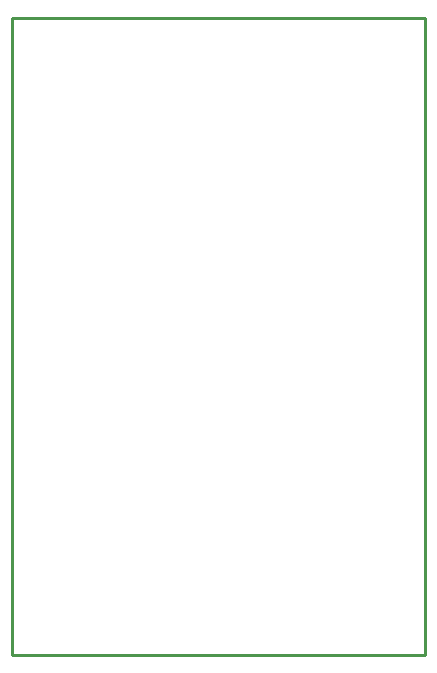
<source format=gm1>
G04*
G04 #@! TF.GenerationSoftware,Altium Limited,Altium Designer,18.1.9 (240)*
G04*
G04 Layer_Color=16711935*
%FSLAX25Y25*%
%MOIN*%
G70*
G01*
G75*
%ADD12C,0.01000*%
D12*
X133858Y35433D02*
Y248031D01*
Y35433D02*
X271654D01*
X271654Y248031D02*
X271654Y35433D01*
X133858Y248031D02*
X271654D01*
M02*

</source>
